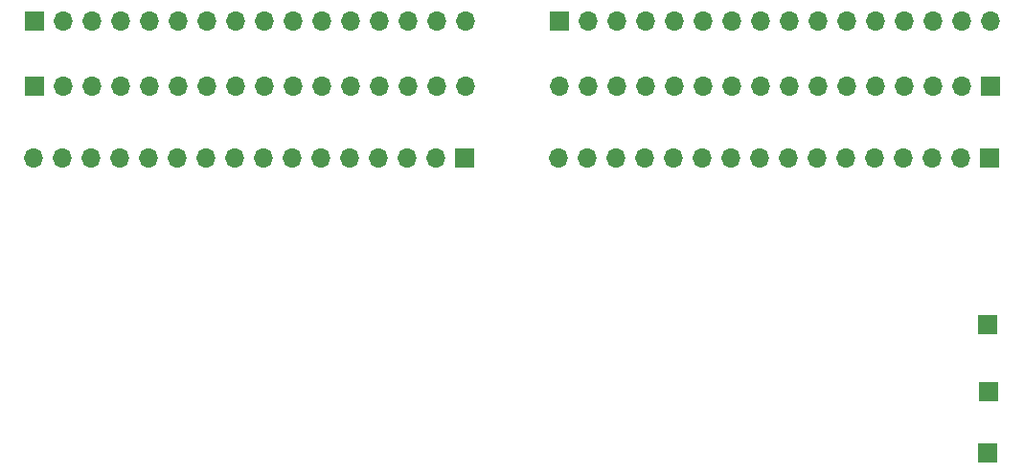
<source format=gbs>
G04 #@! TF.FileFunction,Soldermask,Bot*
%FSLAX46Y46*%
G04 Gerber Fmt 4.6, Leading zero omitted, Abs format (unit mm)*
G04 Created by KiCad (PCBNEW 4.0.6) date Saturday, April 28, 2018 'AMt' 01:11:43 AM*
%MOMM*%
%LPD*%
G01*
G04 APERTURE LIST*
%ADD10C,0.100000*%
%ADD11R,1.700000X1.700000*%
%ADD12O,1.700000X1.700000*%
G04 APERTURE END LIST*
D10*
D11*
X102920000Y-55600000D03*
D12*
X105460000Y-55600000D03*
X108000000Y-55600000D03*
X110540000Y-55600000D03*
X113080000Y-55600000D03*
X115620000Y-55600000D03*
X118160000Y-55600000D03*
X120700000Y-55600000D03*
X123240000Y-55600000D03*
X125780000Y-55600000D03*
X128320000Y-55600000D03*
X130860000Y-55600000D03*
X133400000Y-55600000D03*
X135940000Y-55600000D03*
X138480000Y-55600000D03*
X141020000Y-55600000D03*
D11*
X149310000Y-55600000D03*
D12*
X151850000Y-55600000D03*
X154390000Y-55600000D03*
X156930000Y-55600000D03*
X159470000Y-55600000D03*
X162010000Y-55600000D03*
X164550000Y-55600000D03*
X167090000Y-55600000D03*
X169630000Y-55600000D03*
X172170000Y-55600000D03*
X174710000Y-55600000D03*
X177250000Y-55600000D03*
X179790000Y-55600000D03*
X182330000Y-55600000D03*
X184870000Y-55600000D03*
X187410000Y-55600000D03*
D11*
X187410000Y-61310000D03*
D12*
X184870000Y-61310000D03*
X182330000Y-61310000D03*
X179790000Y-61310000D03*
X177250000Y-61310000D03*
X174710000Y-61310000D03*
X172170000Y-61310000D03*
X169630000Y-61310000D03*
X167090000Y-61310000D03*
X164550000Y-61310000D03*
X162010000Y-61310000D03*
X159470000Y-61310000D03*
X156930000Y-61310000D03*
X154390000Y-61310000D03*
X151850000Y-61310000D03*
X149310000Y-61310000D03*
D11*
X102920000Y-61310280D03*
D12*
X105460000Y-61310280D03*
X108000000Y-61310280D03*
X110540000Y-61310280D03*
X113080000Y-61310280D03*
X115620000Y-61310280D03*
X118160000Y-61310280D03*
X120700000Y-61310280D03*
X123240000Y-61310280D03*
X125780000Y-61310280D03*
X128320000Y-61310280D03*
X130860000Y-61310280D03*
X133400000Y-61310280D03*
X135940000Y-61310280D03*
X138480000Y-61310280D03*
X141020000Y-61310280D03*
D11*
X141010000Y-67657460D03*
D12*
X138470000Y-67657460D03*
X135930000Y-67657460D03*
X133390000Y-67657460D03*
X130850000Y-67657460D03*
X128310000Y-67657460D03*
X125770000Y-67657460D03*
X123230000Y-67657460D03*
X120690000Y-67657460D03*
X118150000Y-67657460D03*
X115610000Y-67657460D03*
X113070000Y-67657460D03*
X110530000Y-67657460D03*
X107990000Y-67657460D03*
X105450000Y-67657460D03*
X102910000Y-67657460D03*
D11*
X187390000Y-67660000D03*
D12*
X184850000Y-67660000D03*
X182310000Y-67660000D03*
X179770000Y-67660000D03*
X177230000Y-67660000D03*
X174690000Y-67660000D03*
X172150000Y-67660000D03*
X169610000Y-67660000D03*
X167070000Y-67660000D03*
X164530000Y-67660000D03*
X161990000Y-67660000D03*
X159450000Y-67660000D03*
X156910000Y-67660000D03*
X154370000Y-67660000D03*
X151830000Y-67660000D03*
X149290000Y-67660000D03*
D11*
X187170000Y-93790000D03*
X187170000Y-82450000D03*
X187270000Y-88340000D03*
M02*

</source>
